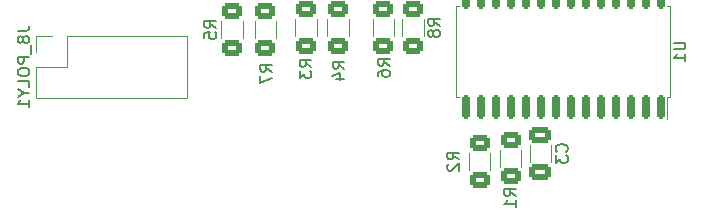
<source format=gbo>
G04 #@! TF.GenerationSoftware,KiCad,Pcbnew,7.0.7*
G04 #@! TF.CreationDate,2024-03-19T10:03:33+01:00*
G04 #@! TF.ProjectId,Poly_UA_controller_6enc_4sw,506f6c79-5f55-4415-9f63-6f6e74726f6c,rev?*
G04 #@! TF.SameCoordinates,Original*
G04 #@! TF.FileFunction,Legend,Bot*
G04 #@! TF.FilePolarity,Positive*
%FSLAX46Y46*%
G04 Gerber Fmt 4.6, Leading zero omitted, Abs format (unit mm)*
G04 Created by KiCad (PCBNEW 7.0.7) date 2024-03-19 10:03:33*
%MOMM*%
%LPD*%
G01*
G04 APERTURE LIST*
G04 Aperture macros list*
%AMRoundRect*
0 Rectangle with rounded corners*
0 $1 Rounding radius*
0 $2 $3 $4 $5 $6 $7 $8 $9 X,Y pos of 4 corners*
0 Add a 4 corners polygon primitive as box body*
4,1,4,$2,$3,$4,$5,$6,$7,$8,$9,$2,$3,0*
0 Add four circle primitives for the rounded corners*
1,1,$1+$1,$2,$3*
1,1,$1+$1,$4,$5*
1,1,$1+$1,$6,$7*
1,1,$1+$1,$8,$9*
0 Add four rect primitives between the rounded corners*
20,1,$1+$1,$2,$3,$4,$5,0*
20,1,$1+$1,$4,$5,$6,$7,0*
20,1,$1+$1,$6,$7,$8,$9,0*
20,1,$1+$1,$8,$9,$2,$3,0*%
G04 Aperture macros list end*
%ADD10C,0.150000*%
%ADD11C,0.120000*%
%ADD12RoundRect,0.250000X0.650000X-0.412500X0.650000X0.412500X-0.650000X0.412500X-0.650000X-0.412500X0*%
%ADD13RoundRect,0.150000X0.150000X-0.875000X0.150000X0.875000X-0.150000X0.875000X-0.150000X-0.875000X0*%
%ADD14R,2.000000X2.000000*%
%ADD15C,2.000000*%
%ADD16R,3.200000X2.000000*%
%ADD17RoundRect,0.250000X0.625000X-0.400000X0.625000X0.400000X-0.625000X0.400000X-0.625000X-0.400000X0*%
%ADD18RoundRect,0.250000X-0.625000X0.400000X-0.625000X-0.400000X0.625000X-0.400000X0.625000X0.400000X0*%
%ADD19R,1.700000X1.700000*%
%ADD20O,1.700000X1.700000*%
G04 APERTURE END LIST*
D10*
X145744980Y-57148833D02*
X145792600Y-57101214D01*
X145792600Y-57101214D02*
X145840219Y-56958357D01*
X145840219Y-56958357D02*
X145840219Y-56863119D01*
X145840219Y-56863119D02*
X145792600Y-56720262D01*
X145792600Y-56720262D02*
X145697361Y-56625024D01*
X145697361Y-56625024D02*
X145602123Y-56577405D01*
X145602123Y-56577405D02*
X145411647Y-56529786D01*
X145411647Y-56529786D02*
X145268790Y-56529786D01*
X145268790Y-56529786D02*
X145078314Y-56577405D01*
X145078314Y-56577405D02*
X144983076Y-56625024D01*
X144983076Y-56625024D02*
X144887838Y-56720262D01*
X144887838Y-56720262D02*
X144840219Y-56863119D01*
X144840219Y-56863119D02*
X144840219Y-56958357D01*
X144840219Y-56958357D02*
X144887838Y-57101214D01*
X144887838Y-57101214D02*
X144935457Y-57148833D01*
X144840219Y-57482167D02*
X144840219Y-58101214D01*
X144840219Y-58101214D02*
X145221171Y-57767881D01*
X145221171Y-57767881D02*
X145221171Y-57910738D01*
X145221171Y-57910738D02*
X145268790Y-58005976D01*
X145268790Y-58005976D02*
X145316409Y-58053595D01*
X145316409Y-58053595D02*
X145411647Y-58101214D01*
X145411647Y-58101214D02*
X145649742Y-58101214D01*
X145649742Y-58101214D02*
X145744980Y-58053595D01*
X145744980Y-58053595D02*
X145792600Y-58005976D01*
X145792600Y-58005976D02*
X145840219Y-57910738D01*
X145840219Y-57910738D02*
X145840219Y-57625024D01*
X145840219Y-57625024D02*
X145792600Y-57529786D01*
X145792600Y-57529786D02*
X145744980Y-57482167D01*
X154820619Y-47929895D02*
X155630142Y-47929895D01*
X155630142Y-47929895D02*
X155725380Y-47977514D01*
X155725380Y-47977514D02*
X155773000Y-48025133D01*
X155773000Y-48025133D02*
X155820619Y-48120371D01*
X155820619Y-48120371D02*
X155820619Y-48310847D01*
X155820619Y-48310847D02*
X155773000Y-48406085D01*
X155773000Y-48406085D02*
X155725380Y-48453704D01*
X155725380Y-48453704D02*
X155630142Y-48501323D01*
X155630142Y-48501323D02*
X154820619Y-48501323D01*
X155820619Y-49501323D02*
X155820619Y-48929895D01*
X155820619Y-49215609D02*
X154820619Y-49215609D01*
X154820619Y-49215609D02*
X154963476Y-49120371D01*
X154963476Y-49120371D02*
X155058714Y-49025133D01*
X155058714Y-49025133D02*
X155106333Y-48929895D01*
X135040619Y-46493733D02*
X134564428Y-46160400D01*
X135040619Y-45922305D02*
X134040619Y-45922305D01*
X134040619Y-45922305D02*
X134040619Y-46303257D01*
X134040619Y-46303257D02*
X134088238Y-46398495D01*
X134088238Y-46398495D02*
X134135857Y-46446114D01*
X134135857Y-46446114D02*
X134231095Y-46493733D01*
X134231095Y-46493733D02*
X134373952Y-46493733D01*
X134373952Y-46493733D02*
X134469190Y-46446114D01*
X134469190Y-46446114D02*
X134516809Y-46398495D01*
X134516809Y-46398495D02*
X134564428Y-46303257D01*
X134564428Y-46303257D02*
X134564428Y-45922305D01*
X134469190Y-47065162D02*
X134421571Y-46969924D01*
X134421571Y-46969924D02*
X134373952Y-46922305D01*
X134373952Y-46922305D02*
X134278714Y-46874686D01*
X134278714Y-46874686D02*
X134231095Y-46874686D01*
X134231095Y-46874686D02*
X134135857Y-46922305D01*
X134135857Y-46922305D02*
X134088238Y-46969924D01*
X134088238Y-46969924D02*
X134040619Y-47065162D01*
X134040619Y-47065162D02*
X134040619Y-47255638D01*
X134040619Y-47255638D02*
X134088238Y-47350876D01*
X134088238Y-47350876D02*
X134135857Y-47398495D01*
X134135857Y-47398495D02*
X134231095Y-47446114D01*
X134231095Y-47446114D02*
X134278714Y-47446114D01*
X134278714Y-47446114D02*
X134373952Y-47398495D01*
X134373952Y-47398495D02*
X134421571Y-47350876D01*
X134421571Y-47350876D02*
X134469190Y-47255638D01*
X134469190Y-47255638D02*
X134469190Y-47065162D01*
X134469190Y-47065162D02*
X134516809Y-46969924D01*
X134516809Y-46969924D02*
X134564428Y-46922305D01*
X134564428Y-46922305D02*
X134659666Y-46874686D01*
X134659666Y-46874686D02*
X134850142Y-46874686D01*
X134850142Y-46874686D02*
X134945380Y-46922305D01*
X134945380Y-46922305D02*
X134993000Y-46969924D01*
X134993000Y-46969924D02*
X135040619Y-47065162D01*
X135040619Y-47065162D02*
X135040619Y-47255638D01*
X135040619Y-47255638D02*
X134993000Y-47350876D01*
X134993000Y-47350876D02*
X134945380Y-47398495D01*
X134945380Y-47398495D02*
X134850142Y-47446114D01*
X134850142Y-47446114D02*
X134659666Y-47446114D01*
X134659666Y-47446114D02*
X134564428Y-47398495D01*
X134564428Y-47398495D02*
X134516809Y-47350876D01*
X134516809Y-47350876D02*
X134469190Y-47255638D01*
X120800019Y-50379333D02*
X120323828Y-50046000D01*
X120800019Y-49807905D02*
X119800019Y-49807905D01*
X119800019Y-49807905D02*
X119800019Y-50188857D01*
X119800019Y-50188857D02*
X119847638Y-50284095D01*
X119847638Y-50284095D02*
X119895257Y-50331714D01*
X119895257Y-50331714D02*
X119990495Y-50379333D01*
X119990495Y-50379333D02*
X120133352Y-50379333D01*
X120133352Y-50379333D02*
X120228590Y-50331714D01*
X120228590Y-50331714D02*
X120276209Y-50284095D01*
X120276209Y-50284095D02*
X120323828Y-50188857D01*
X120323828Y-50188857D02*
X120323828Y-49807905D01*
X119800019Y-50712667D02*
X119800019Y-51379333D01*
X119800019Y-51379333D02*
X120800019Y-50950762D01*
X130782219Y-49871333D02*
X130306028Y-49538000D01*
X130782219Y-49299905D02*
X129782219Y-49299905D01*
X129782219Y-49299905D02*
X129782219Y-49680857D01*
X129782219Y-49680857D02*
X129829838Y-49776095D01*
X129829838Y-49776095D02*
X129877457Y-49823714D01*
X129877457Y-49823714D02*
X129972695Y-49871333D01*
X129972695Y-49871333D02*
X130115552Y-49871333D01*
X130115552Y-49871333D02*
X130210790Y-49823714D01*
X130210790Y-49823714D02*
X130258409Y-49776095D01*
X130258409Y-49776095D02*
X130306028Y-49680857D01*
X130306028Y-49680857D02*
X130306028Y-49299905D01*
X129782219Y-50728476D02*
X129782219Y-50538000D01*
X129782219Y-50538000D02*
X129829838Y-50442762D01*
X129829838Y-50442762D02*
X129877457Y-50395143D01*
X129877457Y-50395143D02*
X130020314Y-50299905D01*
X130020314Y-50299905D02*
X130210790Y-50252286D01*
X130210790Y-50252286D02*
X130591742Y-50252286D01*
X130591742Y-50252286D02*
X130686980Y-50299905D01*
X130686980Y-50299905D02*
X130734600Y-50347524D01*
X130734600Y-50347524D02*
X130782219Y-50442762D01*
X130782219Y-50442762D02*
X130782219Y-50633238D01*
X130782219Y-50633238D02*
X130734600Y-50728476D01*
X130734600Y-50728476D02*
X130686980Y-50776095D01*
X130686980Y-50776095D02*
X130591742Y-50823714D01*
X130591742Y-50823714D02*
X130353647Y-50823714D01*
X130353647Y-50823714D02*
X130258409Y-50776095D01*
X130258409Y-50776095D02*
X130210790Y-50728476D01*
X130210790Y-50728476D02*
X130163171Y-50633238D01*
X130163171Y-50633238D02*
X130163171Y-50442762D01*
X130163171Y-50442762D02*
X130210790Y-50347524D01*
X130210790Y-50347524D02*
X130258409Y-50299905D01*
X130258409Y-50299905D02*
X130353647Y-50252286D01*
X116085019Y-46671533D02*
X115608828Y-46338200D01*
X116085019Y-46100105D02*
X115085019Y-46100105D01*
X115085019Y-46100105D02*
X115085019Y-46481057D01*
X115085019Y-46481057D02*
X115132638Y-46576295D01*
X115132638Y-46576295D02*
X115180257Y-46623914D01*
X115180257Y-46623914D02*
X115275495Y-46671533D01*
X115275495Y-46671533D02*
X115418352Y-46671533D01*
X115418352Y-46671533D02*
X115513590Y-46623914D01*
X115513590Y-46623914D02*
X115561209Y-46576295D01*
X115561209Y-46576295D02*
X115608828Y-46481057D01*
X115608828Y-46481057D02*
X115608828Y-46100105D01*
X115085019Y-47576295D02*
X115085019Y-47100105D01*
X115085019Y-47100105D02*
X115561209Y-47052486D01*
X115561209Y-47052486D02*
X115513590Y-47100105D01*
X115513590Y-47100105D02*
X115465971Y-47195343D01*
X115465971Y-47195343D02*
X115465971Y-47433438D01*
X115465971Y-47433438D02*
X115513590Y-47528676D01*
X115513590Y-47528676D02*
X115561209Y-47576295D01*
X115561209Y-47576295D02*
X115656447Y-47623914D01*
X115656447Y-47623914D02*
X115894542Y-47623914D01*
X115894542Y-47623914D02*
X115989780Y-47576295D01*
X115989780Y-47576295D02*
X116037400Y-47528676D01*
X116037400Y-47528676D02*
X116085019Y-47433438D01*
X116085019Y-47433438D02*
X116085019Y-47195343D01*
X116085019Y-47195343D02*
X116037400Y-47100105D01*
X116037400Y-47100105D02*
X115989780Y-47052486D01*
X126946819Y-50125333D02*
X126470628Y-49792000D01*
X126946819Y-49553905D02*
X125946819Y-49553905D01*
X125946819Y-49553905D02*
X125946819Y-49934857D01*
X125946819Y-49934857D02*
X125994438Y-50030095D01*
X125994438Y-50030095D02*
X126042057Y-50077714D01*
X126042057Y-50077714D02*
X126137295Y-50125333D01*
X126137295Y-50125333D02*
X126280152Y-50125333D01*
X126280152Y-50125333D02*
X126375390Y-50077714D01*
X126375390Y-50077714D02*
X126423009Y-50030095D01*
X126423009Y-50030095D02*
X126470628Y-49934857D01*
X126470628Y-49934857D02*
X126470628Y-49553905D01*
X126280152Y-50982476D02*
X126946819Y-50982476D01*
X125899200Y-50744381D02*
X126613485Y-50506286D01*
X126613485Y-50506286D02*
X126613485Y-51125333D01*
X124152819Y-49972933D02*
X123676628Y-49639600D01*
X124152819Y-49401505D02*
X123152819Y-49401505D01*
X123152819Y-49401505D02*
X123152819Y-49782457D01*
X123152819Y-49782457D02*
X123200438Y-49877695D01*
X123200438Y-49877695D02*
X123248057Y-49925314D01*
X123248057Y-49925314D02*
X123343295Y-49972933D01*
X123343295Y-49972933D02*
X123486152Y-49972933D01*
X123486152Y-49972933D02*
X123581390Y-49925314D01*
X123581390Y-49925314D02*
X123629009Y-49877695D01*
X123629009Y-49877695D02*
X123676628Y-49782457D01*
X123676628Y-49782457D02*
X123676628Y-49401505D01*
X123152819Y-50306267D02*
X123152819Y-50925314D01*
X123152819Y-50925314D02*
X123533771Y-50591981D01*
X123533771Y-50591981D02*
X123533771Y-50734838D01*
X123533771Y-50734838D02*
X123581390Y-50830076D01*
X123581390Y-50830076D02*
X123629009Y-50877695D01*
X123629009Y-50877695D02*
X123724247Y-50925314D01*
X123724247Y-50925314D02*
X123962342Y-50925314D01*
X123962342Y-50925314D02*
X124057580Y-50877695D01*
X124057580Y-50877695D02*
X124105200Y-50830076D01*
X124105200Y-50830076D02*
X124152819Y-50734838D01*
X124152819Y-50734838D02*
X124152819Y-50449124D01*
X124152819Y-50449124D02*
X124105200Y-50353886D01*
X124105200Y-50353886D02*
X124057580Y-50306267D01*
X136649619Y-57821533D02*
X136173428Y-57488200D01*
X136649619Y-57250105D02*
X135649619Y-57250105D01*
X135649619Y-57250105D02*
X135649619Y-57631057D01*
X135649619Y-57631057D02*
X135697238Y-57726295D01*
X135697238Y-57726295D02*
X135744857Y-57773914D01*
X135744857Y-57773914D02*
X135840095Y-57821533D01*
X135840095Y-57821533D02*
X135982952Y-57821533D01*
X135982952Y-57821533D02*
X136078190Y-57773914D01*
X136078190Y-57773914D02*
X136125809Y-57726295D01*
X136125809Y-57726295D02*
X136173428Y-57631057D01*
X136173428Y-57631057D02*
X136173428Y-57250105D01*
X135744857Y-58202486D02*
X135697238Y-58250105D01*
X135697238Y-58250105D02*
X135649619Y-58345343D01*
X135649619Y-58345343D02*
X135649619Y-58583438D01*
X135649619Y-58583438D02*
X135697238Y-58678676D01*
X135697238Y-58678676D02*
X135744857Y-58726295D01*
X135744857Y-58726295D02*
X135840095Y-58773914D01*
X135840095Y-58773914D02*
X135935333Y-58773914D01*
X135935333Y-58773914D02*
X136078190Y-58726295D01*
X136078190Y-58726295D02*
X136649619Y-58154867D01*
X136649619Y-58154867D02*
X136649619Y-58773914D01*
X141475619Y-60894933D02*
X140999428Y-60561600D01*
X141475619Y-60323505D02*
X140475619Y-60323505D01*
X140475619Y-60323505D02*
X140475619Y-60704457D01*
X140475619Y-60704457D02*
X140523238Y-60799695D01*
X140523238Y-60799695D02*
X140570857Y-60847314D01*
X140570857Y-60847314D02*
X140666095Y-60894933D01*
X140666095Y-60894933D02*
X140808952Y-60894933D01*
X140808952Y-60894933D02*
X140904190Y-60847314D01*
X140904190Y-60847314D02*
X140951809Y-60799695D01*
X140951809Y-60799695D02*
X140999428Y-60704457D01*
X140999428Y-60704457D02*
X140999428Y-60323505D01*
X141475619Y-61847314D02*
X141475619Y-61275886D01*
X141475619Y-61561600D02*
X140475619Y-61561600D01*
X140475619Y-61561600D02*
X140618476Y-61466362D01*
X140618476Y-61466362D02*
X140713714Y-61371124D01*
X140713714Y-61371124D02*
X140761333Y-61275886D01*
X99283619Y-46939580D02*
X99997904Y-46939580D01*
X99997904Y-46939580D02*
X100140761Y-46891961D01*
X100140761Y-46891961D02*
X100236000Y-46796723D01*
X100236000Y-46796723D02*
X100283619Y-46653866D01*
X100283619Y-46653866D02*
X100283619Y-46558628D01*
X99712190Y-47558628D02*
X99664571Y-47463390D01*
X99664571Y-47463390D02*
X99616952Y-47415771D01*
X99616952Y-47415771D02*
X99521714Y-47368152D01*
X99521714Y-47368152D02*
X99474095Y-47368152D01*
X99474095Y-47368152D02*
X99378857Y-47415771D01*
X99378857Y-47415771D02*
X99331238Y-47463390D01*
X99331238Y-47463390D02*
X99283619Y-47558628D01*
X99283619Y-47558628D02*
X99283619Y-47749104D01*
X99283619Y-47749104D02*
X99331238Y-47844342D01*
X99331238Y-47844342D02*
X99378857Y-47891961D01*
X99378857Y-47891961D02*
X99474095Y-47939580D01*
X99474095Y-47939580D02*
X99521714Y-47939580D01*
X99521714Y-47939580D02*
X99616952Y-47891961D01*
X99616952Y-47891961D02*
X99664571Y-47844342D01*
X99664571Y-47844342D02*
X99712190Y-47749104D01*
X99712190Y-47749104D02*
X99712190Y-47558628D01*
X99712190Y-47558628D02*
X99759809Y-47463390D01*
X99759809Y-47463390D02*
X99807428Y-47415771D01*
X99807428Y-47415771D02*
X99902666Y-47368152D01*
X99902666Y-47368152D02*
X100093142Y-47368152D01*
X100093142Y-47368152D02*
X100188380Y-47415771D01*
X100188380Y-47415771D02*
X100236000Y-47463390D01*
X100236000Y-47463390D02*
X100283619Y-47558628D01*
X100283619Y-47558628D02*
X100283619Y-47749104D01*
X100283619Y-47749104D02*
X100236000Y-47844342D01*
X100236000Y-47844342D02*
X100188380Y-47891961D01*
X100188380Y-47891961D02*
X100093142Y-47939580D01*
X100093142Y-47939580D02*
X99902666Y-47939580D01*
X99902666Y-47939580D02*
X99807428Y-47891961D01*
X99807428Y-47891961D02*
X99759809Y-47844342D01*
X99759809Y-47844342D02*
X99712190Y-47749104D01*
X100378857Y-48130057D02*
X100378857Y-48891961D01*
X100283619Y-49130057D02*
X99283619Y-49130057D01*
X99283619Y-49130057D02*
X99283619Y-49511009D01*
X99283619Y-49511009D02*
X99331238Y-49606247D01*
X99331238Y-49606247D02*
X99378857Y-49653866D01*
X99378857Y-49653866D02*
X99474095Y-49701485D01*
X99474095Y-49701485D02*
X99616952Y-49701485D01*
X99616952Y-49701485D02*
X99712190Y-49653866D01*
X99712190Y-49653866D02*
X99759809Y-49606247D01*
X99759809Y-49606247D02*
X99807428Y-49511009D01*
X99807428Y-49511009D02*
X99807428Y-49130057D01*
X99283619Y-50320533D02*
X99283619Y-50511009D01*
X99283619Y-50511009D02*
X99331238Y-50606247D01*
X99331238Y-50606247D02*
X99426476Y-50701485D01*
X99426476Y-50701485D02*
X99616952Y-50749104D01*
X99616952Y-50749104D02*
X99950285Y-50749104D01*
X99950285Y-50749104D02*
X100140761Y-50701485D01*
X100140761Y-50701485D02*
X100236000Y-50606247D01*
X100236000Y-50606247D02*
X100283619Y-50511009D01*
X100283619Y-50511009D02*
X100283619Y-50320533D01*
X100283619Y-50320533D02*
X100236000Y-50225295D01*
X100236000Y-50225295D02*
X100140761Y-50130057D01*
X100140761Y-50130057D02*
X99950285Y-50082438D01*
X99950285Y-50082438D02*
X99616952Y-50082438D01*
X99616952Y-50082438D02*
X99426476Y-50130057D01*
X99426476Y-50130057D02*
X99331238Y-50225295D01*
X99331238Y-50225295D02*
X99283619Y-50320533D01*
X100283619Y-51653866D02*
X100283619Y-51177676D01*
X100283619Y-51177676D02*
X99283619Y-51177676D01*
X99807428Y-52177676D02*
X100283619Y-52177676D01*
X99283619Y-51844343D02*
X99807428Y-52177676D01*
X99807428Y-52177676D02*
X99283619Y-52511009D01*
X100283619Y-53368152D02*
X100283619Y-52796724D01*
X100283619Y-53082438D02*
X99283619Y-53082438D01*
X99283619Y-53082438D02*
X99426476Y-52987200D01*
X99426476Y-52987200D02*
X99521714Y-52891962D01*
X99521714Y-52891962D02*
X99569333Y-52796724D01*
D11*
X142625400Y-58026752D02*
X142625400Y-56604248D01*
X144445400Y-58026752D02*
X144445400Y-56604248D01*
X136405800Y-48691800D02*
X136405800Y-52551800D01*
X136405800Y-52551800D02*
X136650800Y-52551800D01*
X136405800Y-48691800D02*
X136405800Y-44831800D01*
X154525800Y-44831800D02*
X154280800Y-44831800D01*
X136405800Y-44831800D02*
X136650800Y-44831800D01*
X154280800Y-52551800D02*
X154280800Y-54366800D01*
X154525800Y-52551800D02*
X154280800Y-52551800D01*
X154525800Y-48691800D02*
X154525800Y-44831800D01*
X154525800Y-48691800D02*
X154525800Y-52551800D01*
X131855800Y-47387464D02*
X131855800Y-45933336D01*
X133675800Y-47387464D02*
X133675800Y-45933336D01*
X121179000Y-47565264D02*
X121179000Y-46111136D01*
X119359000Y-47565264D02*
X119359000Y-46111136D01*
X131161200Y-45933336D02*
X131161200Y-47387464D01*
X129341200Y-45933336D02*
X129341200Y-47387464D01*
X116540200Y-46111136D02*
X116540200Y-47565264D01*
X118360200Y-46111136D02*
X118360200Y-47565264D01*
X127325800Y-47387464D02*
X127325800Y-45933336D01*
X125505800Y-47387464D02*
X125505800Y-45933336D01*
X122787400Y-45933336D02*
X122787400Y-47387464D01*
X124607400Y-45933336D02*
X124607400Y-47387464D01*
X140110800Y-56982336D02*
X140110800Y-58436464D01*
X141930800Y-56982336D02*
X141930800Y-58436464D01*
X139314600Y-58741264D02*
X139314600Y-57287136D01*
X137494600Y-58741264D02*
X137494600Y-57287136D01*
X102158800Y-47387200D02*
X100828800Y-47387200D01*
X103428800Y-47387200D02*
X113648800Y-47387200D01*
X100828800Y-49987200D02*
X100828800Y-52587200D01*
X103428800Y-47387200D02*
X103428800Y-49987200D01*
X100828800Y-47387200D02*
X100828800Y-48717200D01*
X103428800Y-49987200D02*
X100828800Y-49987200D01*
X113648800Y-47387200D02*
X113648800Y-52587200D01*
X100828800Y-52587200D02*
X113648800Y-52587200D01*
%LPC*%
D12*
X143535400Y-58878000D03*
X143535400Y-55753000D03*
D13*
X153720800Y-53341800D03*
X152450800Y-53341800D03*
X151180800Y-53341800D03*
X149910800Y-53341800D03*
X148640800Y-53341800D03*
X147370800Y-53341800D03*
X146100800Y-53341800D03*
X144830800Y-53341800D03*
X143560800Y-53341800D03*
X142290800Y-53341800D03*
X141020800Y-53341800D03*
X139750800Y-53341800D03*
X138480800Y-53341800D03*
X137210800Y-53341800D03*
X137210800Y-44041800D03*
X138480800Y-44041800D03*
X139750800Y-44041800D03*
X141020800Y-44041800D03*
X142290800Y-44041800D03*
X143560800Y-44041800D03*
X144830800Y-44041800D03*
X146100800Y-44041800D03*
X147370800Y-44041800D03*
X148640800Y-44041800D03*
X149910800Y-44041800D03*
X151180800Y-44041800D03*
X152450800Y-44041800D03*
X153720800Y-44041800D03*
D14*
X166663800Y-89752800D03*
D15*
X166663800Y-94752800D03*
X166663800Y-92252800D03*
D16*
X174163800Y-97852800D03*
X174163800Y-86652800D03*
D15*
X181163800Y-94752800D03*
X181163800Y-89752800D03*
D14*
X107608800Y-89752800D03*
D15*
X107608800Y-94752800D03*
X107608800Y-92252800D03*
D16*
X115108800Y-97852800D03*
X115108800Y-86652800D03*
D15*
X122108800Y-94752800D03*
X122108800Y-89752800D03*
D14*
X181268800Y-64276600D03*
D15*
X181268800Y-69276600D03*
X181268800Y-66776600D03*
D16*
X188768800Y-72376600D03*
X188768800Y-61176600D03*
D15*
X195768800Y-69276600D03*
X195768800Y-64276600D03*
X166254000Y-64276600D03*
X166254000Y-69276600D03*
D16*
X159254000Y-61176600D03*
X159254000Y-72376600D03*
D15*
X151754000Y-66776600D03*
X151754000Y-69276600D03*
D14*
X151754000Y-64276600D03*
X122340800Y-64276600D03*
D15*
X122340800Y-69276600D03*
X122340800Y-66776600D03*
D16*
X129840800Y-72376600D03*
X129840800Y-61176600D03*
D15*
X136840800Y-69276600D03*
X136840800Y-64276600D03*
D14*
X92800600Y-64276600D03*
D15*
X92800600Y-69276600D03*
X92800600Y-66776600D03*
D16*
X100300600Y-72376600D03*
X100300600Y-61176600D03*
D15*
X107300600Y-69276600D03*
X107300600Y-64276600D03*
D17*
X132765800Y-45110400D03*
X132765800Y-48210400D03*
X120269000Y-48388200D03*
X120269000Y-45288200D03*
D18*
X130251200Y-48210400D03*
X130251200Y-45110400D03*
X117450200Y-45288200D03*
X117450200Y-48388200D03*
D17*
X126415800Y-48210400D03*
X126415800Y-45110400D03*
D18*
X123697400Y-45110400D03*
X123697400Y-48210400D03*
X141020800Y-56159400D03*
X141020800Y-59259400D03*
D17*
X138404600Y-59564200D03*
X138404600Y-56464200D03*
D19*
X102158800Y-48717200D03*
D20*
X102158800Y-51257200D03*
X104698800Y-48717200D03*
X104698800Y-51257200D03*
X107238800Y-48717200D03*
X107238800Y-51257200D03*
X109778800Y-48717200D03*
X109778800Y-51257200D03*
X112318800Y-48717200D03*
X112318800Y-51257200D03*
%LPD*%
M02*

</source>
